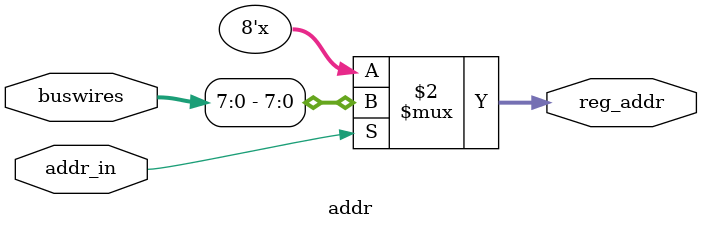
<source format=v>
module addr(buswires, addr_in, reg_addr); //busca posição de memoria
	input [15:0] buswires;
	input addr_in;
	output reg [7:0] reg_addr;
	
	always@(addr_in)begin
		if(addr_in)
			reg_addr <= buswires[7:0];
	end
endmodule

</source>
